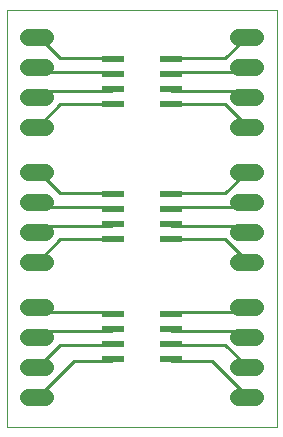
<source format=gtl>
G75*
%MOIN*%
%OFA0B0*%
%FSLAX25Y25*%
%IPPOS*%
%LPD*%
%AMOC8*
5,1,8,0,0,1.08239X$1,22.5*
%
%ADD10C,0.00000*%
%ADD11C,0.05600*%
%ADD12R,0.07800X0.02200*%
%ADD13C,0.01000*%
D10*
X0004167Y0001000D02*
X0004167Y0139701D01*
X0094088Y0139701D01*
X0094088Y0001000D01*
X0004167Y0001000D01*
D11*
X0011367Y0011000D02*
X0016967Y0011000D01*
X0016967Y0021000D02*
X0011367Y0021000D01*
X0011367Y0031000D02*
X0016967Y0031000D01*
X0016967Y0041000D02*
X0011367Y0041000D01*
X0011367Y0056000D02*
X0016967Y0056000D01*
X0016967Y0066000D02*
X0011367Y0066000D01*
X0011367Y0076000D02*
X0016967Y0076000D01*
X0016967Y0086000D02*
X0011367Y0086000D01*
X0011367Y0101000D02*
X0016967Y0101000D01*
X0016967Y0111000D02*
X0011367Y0111000D01*
X0011367Y0121000D02*
X0016967Y0121000D01*
X0016967Y0131000D02*
X0011367Y0131000D01*
X0081367Y0131000D02*
X0086967Y0131000D01*
X0086967Y0121000D02*
X0081367Y0121000D01*
X0081367Y0111000D02*
X0086967Y0111000D01*
X0086967Y0101000D02*
X0081367Y0101000D01*
X0081367Y0086000D02*
X0086967Y0086000D01*
X0086967Y0076000D02*
X0081367Y0076000D01*
X0081367Y0066000D02*
X0086967Y0066000D01*
X0086967Y0056000D02*
X0081367Y0056000D01*
X0081367Y0041000D02*
X0086967Y0041000D01*
X0086967Y0031000D02*
X0081367Y0031000D01*
X0081367Y0021000D02*
X0086967Y0021000D01*
X0086967Y0011000D02*
X0081367Y0011000D01*
D12*
X0058867Y0023500D03*
X0058867Y0028500D03*
X0058867Y0033500D03*
X0058867Y0038500D03*
X0058867Y0063500D03*
X0058867Y0068500D03*
X0058867Y0073500D03*
X0058867Y0078500D03*
X0039467Y0078500D03*
X0039467Y0073500D03*
X0039467Y0068500D03*
X0039467Y0063500D03*
X0039467Y0038500D03*
X0039467Y0033500D03*
X0039467Y0028500D03*
X0039467Y0023500D03*
X0039467Y0108500D03*
X0039467Y0113500D03*
X0039467Y0118500D03*
X0039467Y0123500D03*
X0058867Y0123500D03*
X0058867Y0118500D03*
X0058867Y0113500D03*
X0058867Y0108500D03*
D13*
X0058967Y0108400D01*
X0076967Y0108400D01*
X0084167Y0101200D01*
X0084167Y0101000D01*
X0084167Y0111000D02*
X0084167Y0111100D01*
X0082367Y0112900D01*
X0058967Y0112900D01*
X0058867Y0113500D01*
X0058867Y0118500D02*
X0058967Y0119200D01*
X0082367Y0119200D01*
X0084167Y0121000D01*
X0076967Y0123700D02*
X0084167Y0130900D01*
X0084167Y0131000D01*
X0076967Y0123700D02*
X0058967Y0123700D01*
X0058867Y0123500D01*
X0039467Y0123500D02*
X0039167Y0123700D01*
X0022067Y0123700D01*
X0014867Y0130900D01*
X0014167Y0131000D01*
X0014167Y0121000D02*
X0014867Y0121000D01*
X0016667Y0119200D01*
X0039167Y0119200D01*
X0039467Y0118500D01*
X0039467Y0113500D02*
X0039167Y0112900D01*
X0016667Y0112900D01*
X0014867Y0111100D01*
X0014167Y0111000D01*
X0022067Y0108400D02*
X0014867Y0101200D01*
X0014167Y0101000D01*
X0022067Y0108400D02*
X0039167Y0108400D01*
X0039467Y0108500D01*
X0039167Y0078700D02*
X0022067Y0078700D01*
X0014867Y0085900D01*
X0014167Y0086000D01*
X0014167Y0076000D02*
X0014867Y0076000D01*
X0016667Y0074200D01*
X0039167Y0074200D01*
X0039467Y0073500D01*
X0039467Y0078500D02*
X0039167Y0078700D01*
X0039467Y0068500D02*
X0039167Y0067900D01*
X0016667Y0067900D01*
X0014867Y0066100D01*
X0014167Y0066000D01*
X0022067Y0063400D02*
X0014867Y0056200D01*
X0014167Y0056000D01*
X0022067Y0063400D02*
X0039167Y0063400D01*
X0039467Y0063500D01*
X0039167Y0039100D02*
X0039467Y0038500D01*
X0039167Y0039100D02*
X0016667Y0039100D01*
X0014867Y0040900D01*
X0014167Y0041000D01*
X0016667Y0032800D02*
X0014867Y0031000D01*
X0014167Y0031000D01*
X0016667Y0032800D02*
X0039167Y0032800D01*
X0039467Y0033500D01*
X0039467Y0028500D02*
X0039167Y0028300D01*
X0022067Y0028300D01*
X0014867Y0021100D01*
X0014167Y0021000D01*
X0014867Y0011200D02*
X0014167Y0011000D01*
X0014867Y0011200D02*
X0026567Y0022900D01*
X0039167Y0022900D01*
X0039467Y0023500D01*
X0058867Y0023500D02*
X0058967Y0022900D01*
X0072467Y0022900D01*
X0084167Y0011200D01*
X0084167Y0011000D01*
X0084167Y0021000D02*
X0084167Y0021100D01*
X0076967Y0028300D01*
X0058967Y0028300D01*
X0058867Y0028500D01*
X0058967Y0032800D02*
X0058867Y0033500D01*
X0058967Y0032800D02*
X0082367Y0032800D01*
X0084167Y0031000D01*
X0082367Y0039100D02*
X0084167Y0040900D01*
X0084167Y0041000D01*
X0082367Y0039100D02*
X0058967Y0039100D01*
X0058867Y0038500D01*
X0058967Y0063400D02*
X0058867Y0063500D01*
X0058967Y0063400D02*
X0076967Y0063400D01*
X0084167Y0056200D01*
X0084167Y0056000D01*
X0084167Y0066000D02*
X0084167Y0066100D01*
X0082367Y0067900D01*
X0058967Y0067900D01*
X0058867Y0068500D01*
X0058867Y0073500D02*
X0058967Y0074200D01*
X0082367Y0074200D01*
X0084167Y0076000D01*
X0076967Y0078700D02*
X0084167Y0085900D01*
X0084167Y0086000D01*
X0076967Y0078700D02*
X0058967Y0078700D01*
X0058867Y0078500D01*
M02*

</source>
